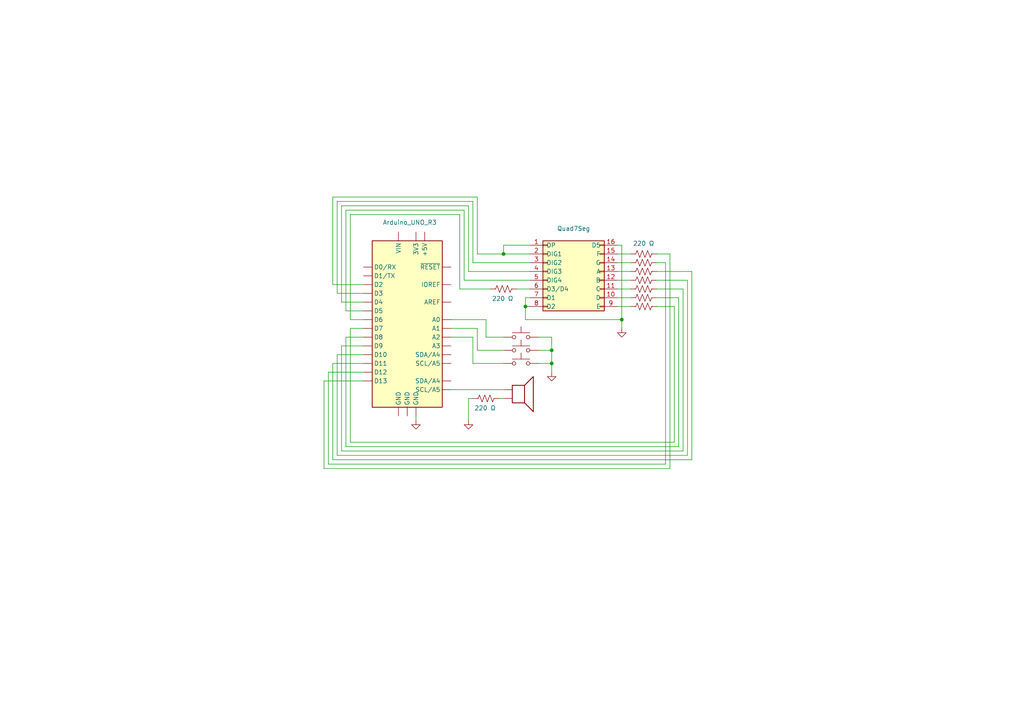
<source format=kicad_sch>
(kicad_sch (version 20250114) (generator "eeschema") (generator_version "9.0")
  (paper "A4")
  (lib_symbols
    (symbol "Connector_Generic:Conn_02x08_Counter_Clockwise" (pin_names (offset 1.016))
      (property "Reference" "Quad7Seg" (at 1.27 13.97 0))
      (symbol "Conn_02x08_Counter_Clockwise_1_1"
        (rectangle (start -8.89 8.89) (end 8.89 -11.43) (stroke (width 0.254)) (fill (type background)))
        (rectangle (start -8.89 7.747) (end -7.62 7.493) (stroke (width 0.1524)))
        (rectangle (start -8.89 5.207) (end -7.62 4.953) (stroke (width 0.1524)))
        (rectangle (start -8.89 2.667) (end -7.62 2.413) (stroke (width 0.1524)))
        (rectangle (start -8.89 0.127) (end -7.62 -0.127) (stroke (width 0.1524)))
        (rectangle (start -8.89 -2.413) (end -7.62 -2.667) (stroke (width 0.1524)))
        (rectangle (start -8.89 -4.953) (end -7.62 -5.207) (stroke (width 0.1524)))
        (rectangle (start -8.89 -7.493) (end -7.62 -7.747) (stroke (width 0.1524)))
        (rectangle (start -8.89 -10.033) (end -7.62 -10.287) (stroke (width 0.1524)))
        (rectangle (start 7.62 7.747) (end 8.89 7.493) (stroke (width 0.1524)))
        (rectangle (start 8.89 5.207) (end 7.62 4.953) (stroke (width 0.1524)))
        (rectangle (start 8.89 2.667) (end 7.62 2.413) (stroke (width 0.1524)))
        (rectangle (start 8.89 0.127) (end 7.62 -0.127) (stroke (width 0.1524)))
        (rectangle (start 8.89 -2.413) (end 7.62 -2.667) (stroke (width 0.1524)))
        (rectangle (start 8.89 -4.953) (end 7.62 -5.207) (stroke (width 0.1524)))
        (rectangle (start 8.89 -7.493) (end 7.62 -7.747) (stroke (width 0.1524)))
        (rectangle (start 8.89 -10.033) (end 7.62 -10.287) (stroke (width 0.1524)))
        (pin input line (at -12.7 7.62 0) (length 3.81) (name "DP") (number "1"))
        (pin passive line (at -12.7 5.08 0) (length 3.81) (name "DIG1") (number "2"))
        (pin passive line (at -12.7 2.54 0) (length 3.81) (name "DIG2") (number "3"))
        (pin passive line (at -12.7 0 0) (length 3.81) (name "DIG3") (number "4"))
        (pin passive line (at -12.7 -2.54 0) (length 3.81) (name "DIG4") (number "5"))
        (pin passive line (at -12.7 -5.08 0) (length 3.81) (name "D3/D4") (number "6"))
        (pin passive line (at -12.7 -7.62 0) (length 3.81) (name "D1") (number "7"))
        (pin passive line (at -12.7 -10.16 0) (length 3.81) (name "D2") (number "8"))
        (pin passive line (at 12.7 7.62 180) (length 3.81) (name "D5") (number "16"))
        (pin passive line (at 12.7 5.08 180) (length 3.81) (name "F") (number "15"))
        (pin passive line (at 12.7 2.54 180) (length 3.81) (name "G") (number "14"))
        (pin passive line (at 12.7 0 180) (length 3.81) (name "A") (number "13"))
        (pin passive line (at 12.7 -2.54 180) (length 3.81) (name "B") (number "12"))
        (pin passive line (at 12.7 -5.08 180) (length 3.81) (name "C") (number "11"))
        (pin passive line (at 12.7 -7.62 180) (length 3.81) (name "D") (number "10"))
        (pin passive line (at 12.7 -10.16 180) (length 3.81) (name "E") (number "9"))
      )
    )
    (symbol "Device:R_US" (pin_numbers (hide yes)) (pin_names (offset 0))
      (property "Reference" "R" (at 2.54 0 90))
      (property "Value" "R_US" (at -2.54 0 90))
      (symbol "R_US_0_1"
        (polyline (pts (xy 0 2.286) (xy 0 2.54)))
        (polyline (pts (xy 0 2.286) (xy 1.016 1.905) (xy 0 1.524) (xy -1.016 1.143) (xy 0 0.762)))
        (polyline (pts (xy 0 0.762) (xy 1.016 0.381) (xy 0 0) (xy -1.016 -0.381) (xy 0 -0.762)))
        (polyline (pts (xy 0 -0.762) (xy 1.016 -1.143) (xy 0 -1.524) (xy -1.016 -1.905) (xy 0 -2.286)))
        (polyline (pts (xy 0 -2.286) (xy 0 -2.54)))
      )
      (symbol "R_US_1_1"
        (pin passive line (at 0 3.81 270) (length 1.27) (name "~") (number "1"))
        (pin passive line (at 0 -3.81 90) (length 1.27) (name "~") (number "2"))
      )
    )
    (symbol "Device:Speaker" (pin_numbers (hide yes)) (pin_names (offset 0) (hide yes))
      (property "Reference" "LS" (at 1.27 5.715 0))
      (property "Value" "Speaker" (at 1.27 3.81 0))
      (symbol "Speaker_0_0"
        (rectangle (start -2.54 1.27) (end 1.016 -3.81) (stroke (width 0.254)))
        (polyline (pts (xy 1.016 1.27) (xy 3.556 3.81) (xy 3.556 -6.35) (xy 1.016 -3.81)) (stroke (width 0.254)))
      )
      (symbol "Speaker_1_1"
        (pin input line (at -5.08 0 0) (length 2.54) (name "1") (number "1"))
        (pin input line (at -5.08 -2.54 0) (length 2.54) (name "2") (number "2"))
      )
    )
    (symbol "MCU_Module:Arduino_UNO_R3" (pin_numbers (hide yes))
      (property "Reference" "A" (at -10.16 23.495 0))
      (property "Value" "Arduino_UNO_R3" (at 5.08 -26.67 0))
      (symbol "Arduino_UNO_R3_0_1"
        (rectangle (start -10.16 22.86) (end 10.16 -25.4) (stroke (width 0.254)) (fill (type background)))
      )
      (symbol "Arduino_UNO_R3_1_1"
        (pin bidirectional line (at -12.7 15.24 0) (length 2.54) (name "D0/RX") (number "15"))
        (pin bidirectional line (at -12.7 12.7 0) (length 2.54) (name "D1/TX") (number "16"))
        (pin bidirectional line (at -12.7 10.16 0) (length 2.54) (name "D2") (number "17"))
        (pin bidirectional line (at -12.7 7.62 0) (length 2.54) (name "D3") (number "18"))
        (pin bidirectional line (at -12.7 5.08 0) (length 2.54) (name "D4") (number "19"))
        (pin bidirectional line (at -12.7 2.54 0) (length 2.54) (name "D5") (number "20"))
        (pin bidirectional line (at -12.7 0 0) (length 2.54) (name "D6") (number "21"))
        (pin bidirectional line (at -12.7 -2.54 0) (length 2.54) (name "D7") (number "22"))
        (pin bidirectional line (at -12.7 -5.08 0) (length 2.54) (name "D8") (number "23"))
        (pin bidirectional line (at -12.7 -7.62 0) (length 2.54) (name "D9") (number "24"))
        (pin bidirectional line (at -12.7 -10.16 0) (length 2.54) (name "D10") (number "25"))
        (pin bidirectional line (at -12.7 -12.7 0) (length 2.54) (name "D11") (number "26"))
        (pin bidirectional line (at -12.7 -15.24 0) (length 2.54) (name "D12") (number "27"))
        (pin bidirectional line (at -12.7 -17.78 0) (length 2.54) (name "D13") (number "28"))
        (pin no_connect line (at -10.16 -20.32 0) (length 2.54) (hide yes) (name "NC") (number "1"))
        (pin power_in line (at -2.54 25.4 270) (length 2.54) (name "VIN") (number "8"))
        (pin power_in line (at -2.54 -27.94 90) (length 2.54) (name "GND") (number "29"))
        (pin power_in line (at 0 -27.94 90) (length 2.54) (name "GND") (number "6"))
        (pin power_out line (at 2.54 25.4 270) (length 2.54) (name "3V3") (number "4"))
        (pin power_in line (at 2.54 -27.94 90) (length 2.54) (name "GND") (number "7"))
        (pin power_out line (at 5.08 25.4 270) (length 2.54) (name "+5V") (number "5"))
        (pin input line (at 12.7 15.24 180) (length 2.54) (name "~{RESET}") (number "3"))
        (pin output line (at 12.7 10.16 180) (length 2.54) (name "IOREF") (number "2"))
        (pin input line (at 12.7 5.08 180) (length 2.54) (name "AREF") (number "30"))
        (pin bidirectional line (at 12.7 0 180) (length 2.54) (name "A0") (number "9"))
        (pin bidirectional line (at 12.7 -2.54 180) (length 2.54) (name "A1") (number "10"))
        (pin bidirectional line (at 12.7 -5.08 180) (length 2.54) (name "A2") (number "11"))
        (pin bidirectional line (at 12.7 -7.62 180) (length 2.54) (name "A3") (number "12"))
        (pin bidirectional line (at 12.7 -10.16 180) (length 2.54) (name "SDA/A4") (number "13"))
        (pin bidirectional line (at 12.7 -12.7 180) (length 2.54) (name "SCL/A5") (number "14"))
        (pin bidirectional line (at 12.7 -17.78 180) (length 2.54) (name "SDA/A4") (number "31"))
        (pin bidirectional line (at 12.7 -20.32 180) (length 2.54) (name "SCL/A5") (number "32"))
      )
    )
    (symbol "Switch:SW_Push" (pin_numbers (hide yes)) (pin_names (offset 1.016) (hide yes))
      (property "Reference" "SW" (at 1.27 2.54 0))
      (property "Value" "SW_Push" (at 0 -1.524 0))
      (symbol "SW_Push_0_1"
        (circle (center -2.032 0) (radius 0.508))
        (polyline (pts (xy 0 1.27) (xy 0 3.048)))
        (circle (center 2.032 0) (radius 0.508))
        (polyline (pts (xy 2.54 1.27) (xy -2.54 1.27)))
        (pin passive line (at -5.08 0 0) (length 2.54) (name "1") (number "1"))
        (pin passive line (at 5.08 0 180) (length 2.54) (name "2") (number "2"))
      )
    )
    (symbol "power:GND" (power) (pin_names (offset 0))
      (property "Value" "GND" (at 0 -3.81 0))
      (symbol "GND_0_1"
        (polyline (pts (xy 0 0) (xy 0 -1.27) (xy 1.27 -1.27) (xy 0 -2.54) (xy -1.27 -1.27) (xy 0 -1.27)))
      )
      (symbol "GND_1_1"
        (pin power_in line (at 0 0 270) (length 0) (hide yes) (name "GND") (number "1"))
      )
    )
  )
  (junction (at 180.34 92.71))
  (junction (at 146.05 73.66))
  (junction (at 152.4 88.9))
  (junction (at 160.02 105.41))
  (junction (at 160.02 101.6))
  (wire (pts (xy 160.02 101.6) (xy 160.02 97.79)))
  (wire (pts (xy 99.06 100.33) (xy 99.06 130.81)))
  (wire (pts (xy 120.65 120.65) (xy 120.65 121.92)))
  (wire (pts (xy 105.41 105.41) (xy 96.52 105.41)))
  (wire (pts (xy 146.05 73.66) (xy 153.67 73.66)))
  (wire (pts (xy 160.02 105.41) (xy 160.02 107.95)))
  (wire (pts (xy 156.21 105.41) (xy 160.02 105.41)))
  (wire (pts (xy 135.89 59.69) (xy 135.89 78.74)))
  (wire (pts (xy 105.41 87.63) (xy 99.06 87.63)))
  (wire (pts (xy 134.62 81.28) (xy 153.67 81.28)))
  (wire (pts (xy 199.39 81.28) (xy 190.5 81.28)))
  (wire (pts (xy 152.4 86.36) (xy 152.4 88.9)))
  (wire (pts (xy 179.07 78.74) (xy 182.88 78.74)))
  (wire (pts (xy 100.33 97.79) (xy 100.33 129.54)))
  (wire (pts (xy 137.16 115.57) (xy 135.89 115.57)))
  (wire (pts (xy 97.79 102.87) (xy 97.79 132.08)))
  (wire (pts (xy 194.31 135.89) (xy 194.31 73.66)))
  (wire (pts (xy 99.06 130.81) (xy 198.12 130.81)))
  (wire (pts (xy 137.16 97.79) (xy 137.16 105.41)))
  (wire (pts (xy 140.97 92.71) (xy 130.81 92.71)))
  (wire (pts (xy 156.21 101.6) (xy 160.02 101.6)))
  (wire (pts (xy 101.6 92.71) (xy 101.6 62.23)))
  (wire (pts (xy 193.04 76.2) (xy 190.5 76.2)))
  (wire (pts (xy 101.6 62.23) (xy 133.35 62.23)))
  (wire (pts (xy 146.05 101.6) (xy 138.43 101.6)))
  (wire (pts (xy 137.16 105.41) (xy 146.05 105.41)))
  (wire (pts (xy 105.41 92.71) (xy 101.6 92.71)))
  (wire (pts (xy 133.35 83.82) (xy 142.24 83.82)))
  (wire (pts (xy 152.4 92.71) (xy 180.34 92.71)))
  (wire (pts (xy 152.4 88.9) (xy 153.67 88.9)))
  (wire (pts (xy 199.39 132.08) (xy 199.39 81.28)))
  (wire (pts (xy 100.33 90.17) (xy 100.33 60.96)))
  (wire (pts (xy 138.43 95.25) (xy 130.81 95.25)))
  (wire (pts (xy 93.98 135.89) (xy 194.31 135.89)))
  (wire (pts (xy 195.58 128.27) (xy 195.58 88.9)))
  (wire (pts (xy 179.07 76.2) (xy 182.88 76.2)))
  (wire (pts (xy 138.43 73.66) (xy 146.05 73.66)))
  (wire (pts (xy 100.33 60.96) (xy 134.62 60.96)))
  (wire (pts (xy 198.12 130.81) (xy 198.12 83.82)))
  (wire (pts (xy 156.21 97.79) (xy 160.02 97.79)))
  (wire (pts (xy 195.58 88.9) (xy 190.5 88.9)))
  (wire (pts (xy 97.79 85.09) (xy 97.79 58.42)))
  (wire (pts (xy 97.79 132.08) (xy 199.39 132.08)))
  (wire (pts (xy 138.43 101.6) (xy 138.43 95.25)))
  (wire (pts (xy 137.16 58.42) (xy 137.16 76.2)))
  (wire (pts (xy 137.16 76.2) (xy 153.67 76.2)))
  (wire (pts (xy 198.12 83.82) (xy 190.5 83.82)))
  (wire (pts (xy 196.85 129.54) (xy 196.85 86.36)))
  (wire (pts (xy 146.05 71.12) (xy 146.05 73.66)))
  (wire (pts (xy 179.07 73.66) (xy 182.88 73.66)))
  (wire (pts (xy 130.81 97.79) (xy 137.16 97.79)))
  (wire (pts (xy 96.52 82.55) (xy 96.52 57.15)))
  (wire (pts (xy 149.86 83.82) (xy 153.67 83.82)))
  (wire (pts (xy 180.34 71.12) (xy 180.34 92.71)))
  (wire (pts (xy 193.04 134.62) (xy 193.04 76.2)))
  (wire (pts (xy 146.05 71.12) (xy 153.67 71.12)))
  (wire (pts (xy 105.41 107.95) (xy 95.25 107.95)))
  (wire (pts (xy 105.41 110.49) (xy 93.98 110.49)))
  (wire (pts (xy 179.07 71.12) (xy 180.34 71.12)))
  (wire (pts (xy 101.6 128.27) (xy 195.58 128.27)))
  (wire (pts (xy 179.07 83.82) (xy 182.88 83.82)))
  (wire (pts (xy 179.07 88.9) (xy 182.88 88.9)))
  (wire (pts (xy 99.06 59.69) (xy 135.89 59.69)))
  (wire (pts (xy 146.05 115.57) (xy 144.78 115.57)))
  (wire (pts (xy 160.02 101.6) (xy 160.02 105.41)))
  (wire (pts (xy 135.89 115.57) (xy 135.89 121.92)))
  (wire (pts (xy 196.85 86.36) (xy 190.5 86.36)))
  (wire (pts (xy 153.67 86.36) (xy 152.4 86.36)))
  (wire (pts (xy 96.52 57.15) (xy 138.43 57.15)))
  (wire (pts (xy 140.97 97.79) (xy 146.05 97.79)))
  (wire (pts (xy 99.06 87.63) (xy 99.06 59.69)))
  (wire (pts (xy 200.66 133.35) (xy 200.66 78.74)))
  (wire (pts (xy 101.6 95.25) (xy 101.6 128.27)))
  (wire (pts (xy 152.4 88.9) (xy 152.4 92.71)))
  (wire (pts (xy 133.35 62.23) (xy 133.35 83.82)))
  (wire (pts (xy 100.33 129.54) (xy 196.85 129.54)))
  (wire (pts (xy 200.66 78.74) (xy 190.5 78.74)))
  (wire (pts (xy 105.41 100.33) (xy 99.06 100.33)))
  (wire (pts (xy 95.25 107.95) (xy 95.25 134.62)))
  (wire (pts (xy 135.89 78.74) (xy 153.67 78.74)))
  (wire (pts (xy 140.97 97.79) (xy 140.97 92.71)))
  (wire (pts (xy 96.52 105.41) (xy 96.52 133.35)))
  (wire (pts (xy 105.41 95.25) (xy 101.6 95.25)))
  (wire (pts (xy 97.79 58.42) (xy 137.16 58.42)))
  (wire (pts (xy 134.62 60.96) (xy 134.62 81.28)))
  (wire (pts (xy 105.41 85.09) (xy 97.79 85.09)))
  (wire (pts (xy 179.07 81.28) (xy 182.88 81.28)))
  (wire (pts (xy 105.41 82.55) (xy 96.52 82.55)))
  (wire (pts (xy 95.25 134.62) (xy 193.04 134.62)))
  (wire (pts (xy 93.98 110.49) (xy 93.98 135.89)))
  (wire (pts (xy 194.31 73.66) (xy 190.5 73.66)))
  (wire (pts (xy 105.41 90.17) (xy 100.33 90.17)))
  (wire (pts (xy 179.07 86.36) (xy 182.88 86.36)))
  (wire (pts (xy 105.41 97.79) (xy 100.33 97.79)))
  (wire (pts (xy 138.43 57.15) (xy 138.43 73.66)))
  (wire (pts (xy 96.52 133.35) (xy 200.66 133.35)))
  (wire (pts (xy 105.41 102.87) (xy 97.79 102.87)))
  (wire (pts (xy 130.81 113.03) (xy 146.05 113.03)))
  (wire (pts (xy 180.34 92.71) (xy 180.34 95.25)))
  (symbol (lib_id "power:GND") (at 180.34 95.25 0) (unit 1)
    (property "Reference" "#PWR04" (effects (hide yes)))
    (property "Value" "GND" (effects (hide yes)))
    (property "Description" "Power symbol creates a global label with name \"GND\" , ground" (effects (hide yes)))
  )
  (symbol (lib_id "Device:R_US") (at 146.05 83.82 90) (unit 1)
    (property "Reference" "R8" (effects (hide yes)))
    (property "Value" "220 Ω" (at 145.796 86.614 90))
    (property "Description" "Resistor, US symbol" (effects (hide yes)))
  )
  (symbol (lib_id "Device:R_US") (at 186.69 86.36 90) (unit 1)
    (property "Reference" "R6" (effects (hide yes)))
    (property "Value" "R_US" (effects (hide yes)))
    (property "Description" "Resistor, US symbol" (effects (hide yes)))
  )
  (symbol (lib_id "Device:R_US") (at 140.97 115.57 90) (unit 1)
    (property "Reference" "R9" (effects (hide yes)))
    (property "Value" "220 Ω" (at 140.716 118.364 90))
    (property "Description" "Resistor, US symbol" (effects (hide yes)))
  )
  (symbol (lib_id "Device:R_US") (at 186.69 76.2 90) (unit 1)
    (property "Reference" "R2" (effects (hide yes)))
    (property "Value" "R_US" (effects (hide yes)))
    (property "Description" "Resistor, US symbol" (effects (hide yes)))
  )
  (symbol (lib_id "Switch:SW_Push") (at 151.13 105.41 0) (unit 1)
    (property "Reference" "SW3" (effects (hide yes)))
    (property "Value" "SW_Push" (effects (hide yes)))
    (property "Description" "Push button switch, generic, two pins" (effects (hide yes)))
  )
  (symbol (lib_id "MCU_Module:Arduino_UNO_R3") (at 118.11 92.71 0) (unit 1)
    (property "Reference" "A1" (effects (hide yes)))
    (property "Value" "Arduino_UNO_R3" (at 110.998 64.516 0) (effects (justify left)))
    (property "Footprint" "Module:Arduino_UNO_R3" (effects (hide yes)))
    (property "Datasheet" "https://www.arduino.cc/en/Main/arduinoBoardUno" (effects (hide yes)))
    (property "Description" "Arduino UNO Microcontroller Module, release 3" (effects (hide yes)))
  )
  (symbol (lib_id "power:GND") (at 160.02 107.95 0) (unit 1)
    (property "Reference" "#PWR01" (effects (hide yes)))
    (property "Value" "GND" (effects (hide yes)))
    (property "Description" "Power symbol creates a global label with name \"GND\" , ground" (effects (hide yes)))
  )
  (symbol (lib_id "Connector_Generic:Conn_02x08_Counter_Clockwise") (at 166.37 78.74 0) (unit 1)
    (property "Reference" "Quad7Seg" (at 166.37 66.294 0))
    (property "Value" "Conn_02x08_Counter_Clockwise" (effects (hide yes)))
    (property "Description" "Generic connector, double row, 02x08, counter clockwise pin numbering scheme (similar to DIP package numbering), script generated (kicad-library-utils/schlib/autogen/connector/)" (effects (hide yes)))
  )
  (symbol (lib_id "power:GND") (at 135.89 121.92 0) (unit 1)
    (property "Reference" "#PWR03" (effects (hide yes)))
    (property "Value" "GND" (effects (hide yes)))
    (property "Description" "Power symbol creates a global label with name \"GND\" , ground" (effects (hide yes)))
  )
  (symbol (lib_id "Switch:SW_Push") (at 151.13 101.6 0) (unit 1)
    (property "Reference" "SW2" (effects (hide yes)))
    (property "Value" "SW_Push" (effects (hide yes)))
    (property "Description" "Push button switch, generic, two pins" (effects (hide yes)))
  )
  (symbol (lib_id "Device:R_US") (at 186.69 81.28 90) (unit 1)
    (property "Reference" "R4" (effects (hide yes)))
    (property "Value" "R_US" (effects (hide yes)))
    (property "Description" "Resistor, US symbol" (effects (hide yes)))
  )
  (symbol (lib_id "Switch:SW_Push") (at 151.13 97.79 0) (unit 1)
    (property "Reference" "SW1" (effects (hide yes)))
    (property "Value" "SW_Push" (effects (hide yes)))
    (property "Description" "Push button switch, generic, two pins" (effects (hide yes)))
  )
  (symbol (lib_id "Device:R_US") (at 186.69 83.82 90) (unit 1)
    (property "Reference" "R5" (effects (hide yes)))
    (property "Value" "R_US" (effects (hide yes)))
    (property "Description" "Resistor, US symbol" (effects (hide yes)))
  )
  (symbol (lib_id "Device:R_US") (at 186.69 73.66 90) (unit 1)
    (property "Reference" "R1" (effects (hide yes)))
    (property "Value" "220 Ω" (at 186.69 70.612 90))
    (property "Description" "Resistor, US symbol" (effects (hide yes)))
  )
  (symbol (lib_id "power:GND") (at 120.65 121.92 0) (unit 1)
    (property "Reference" "#PWR02" (effects (hide yes)))
    (property "Value" "GND" (effects (hide yes)))
    (property "Description" "Power symbol creates a global label with name \"GND\" , ground" (effects (hide yes)))
  )
  (symbol (lib_id "Device:R_US") (at 186.69 88.9 90) (unit 1)
    (property "Reference" "R7" (effects (hide yes)))
    (property "Value" "R_US" (effects (hide yes)))
    (property "Description" "Resistor, US symbol" (effects (hide yes)))
  )
  (symbol (lib_id "Device:R_US") (at 186.69 78.74 90) (unit 1)
    (property "Reference" "R3" (effects (hide yes)))
    (property "Value" "R_US" (effects (hide yes)))
    (property "Description" "Resistor, US symbol" (effects (hide yes)))
  )
  (symbol (lib_id "Device:Speaker") (at 151.13 113.03 0) (unit 1)
    (property "Reference" "LS1" (effects (hide yes)))
    (property "Value" "Speaker" (effects (hide yes)))
    (property "Description" "Speaker" (effects (hide yes)))
  )
)
</source>
